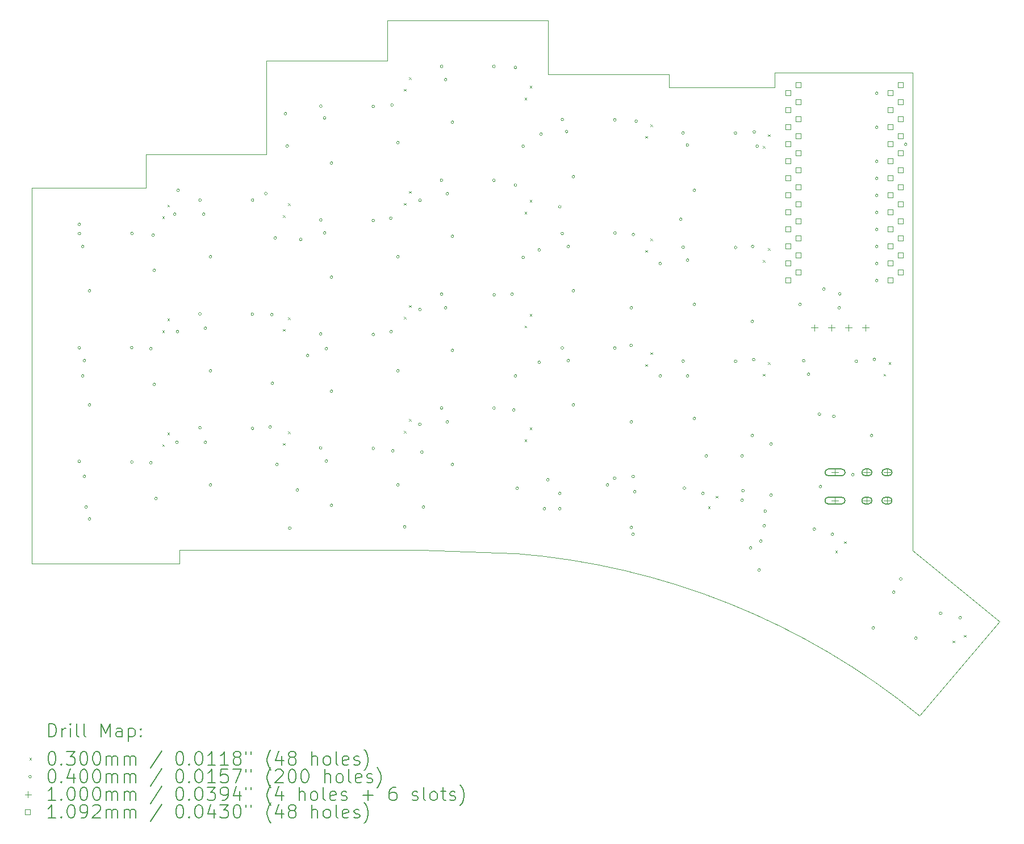
<source format=gbr>
%TF.GenerationSoftware,KiCad,Pcbnew,6.0.11-3.fc36*%
%TF.CreationDate,2023-02-22T18:11:41-05:00*%
%TF.ProjectId,kb40,6b623430-2e6b-4696-9361-645f70636258,rev?*%
%TF.SameCoordinates,Original*%
%TF.FileFunction,Drillmap*%
%TF.FilePolarity,Positive*%
%FSLAX45Y45*%
G04 Gerber Fmt 4.5, Leading zero omitted, Abs format (unit mm)*
G04 Created by KiCad (PCBNEW 6.0.11-3.fc36) date 2023-02-22 18:11:41*
%MOMM*%
%LPD*%
G01*
G04 APERTURE LIST*
%ADD10C,0.100000*%
%ADD11C,0.200000*%
%ADD12C,0.030000*%
%ADD13C,0.040000*%
%ADD14C,0.109220*%
G04 APERTURE END LIST*
D10*
X9850000Y-12100000D02*
X12050000Y-12100000D01*
X13950000Y-5000000D02*
X15750000Y-5000000D01*
X19380200Y-12000000D02*
X19380200Y-8900000D01*
X17322800Y-4978400D02*
X17322800Y-5200000D01*
X7950000Y-6200000D02*
X9750000Y-6200000D01*
X19380200Y-12000000D02*
X19380000Y-12105000D01*
X15750000Y-5000000D02*
X15750000Y-5200000D01*
X19250000Y-4978400D02*
X19380200Y-4978400D01*
X15750000Y-5200000D02*
X17322800Y-5200000D01*
X19380200Y-5120000D02*
X19380200Y-5300000D01*
X9750000Y-6200000D02*
X9750000Y-4800000D01*
X6250000Y-12300000D02*
X8450000Y-12300000D01*
X19483529Y-14570171D02*
X20677146Y-13163011D01*
X7950000Y-6700000D02*
X7950000Y-6200000D01*
X20677146Y-13163011D02*
X19380000Y-12105000D01*
X6250000Y-6700000D02*
X7950000Y-6700000D01*
X17322800Y-4978400D02*
X19250000Y-4978400D01*
X19380200Y-8900000D02*
X19380200Y-5300000D01*
X9850000Y-12100000D02*
X8450000Y-12100000D01*
X8450000Y-12100000D02*
X8450000Y-12300000D01*
X19483529Y-14570171D02*
G75*
G03*
X13450000Y-12150000I-6883529J-8429829D01*
G01*
X6250000Y-12100000D02*
X6250000Y-7000000D01*
X11550000Y-4200000D02*
X13950000Y-4200000D01*
X13950000Y-4200000D02*
X13950000Y-5000000D01*
X6250000Y-12100000D02*
X6250000Y-12300000D01*
X11550000Y-4800000D02*
X11550000Y-4200000D01*
X6250000Y-7000000D02*
X6250000Y-6700000D01*
X19380200Y-4978400D02*
X19380200Y-5120000D01*
X9750000Y-4800000D02*
X11550000Y-4800000D01*
X12050000Y-12100000D02*
X13450000Y-12150000D01*
D11*
D12*
X8196900Y-7122000D02*
X8226900Y-7152000D01*
X8226900Y-7122000D02*
X8196900Y-7152000D01*
X8196900Y-8822000D02*
X8226900Y-8852000D01*
X8226900Y-8822000D02*
X8196900Y-8852000D01*
X8196900Y-10522000D02*
X8226900Y-10552000D01*
X8226900Y-10522000D02*
X8196900Y-10552000D01*
X8273100Y-6946100D02*
X8303100Y-6976100D01*
X8303100Y-6946100D02*
X8273100Y-6976100D01*
X8273100Y-8646100D02*
X8303100Y-8676100D01*
X8303100Y-8646100D02*
X8273100Y-8676100D01*
X8273100Y-10346100D02*
X8303100Y-10376100D01*
X8303100Y-10346100D02*
X8273100Y-10376100D01*
X9996900Y-7103900D02*
X10026900Y-7133900D01*
X10026900Y-7103900D02*
X9996900Y-7133900D01*
X9996900Y-8803900D02*
X10026900Y-8833900D01*
X10026900Y-8803900D02*
X9996900Y-8833900D01*
X9996900Y-10503900D02*
X10026900Y-10533900D01*
X10026900Y-10503900D02*
X9996900Y-10533900D01*
X10073100Y-6928000D02*
X10103100Y-6958000D01*
X10103100Y-6928000D02*
X10073100Y-6958000D01*
X10073100Y-8628000D02*
X10103100Y-8658000D01*
X10103100Y-8628000D02*
X10073100Y-8658000D01*
X10073100Y-10328000D02*
X10103100Y-10358000D01*
X10103100Y-10328000D02*
X10073100Y-10358000D01*
X11796900Y-5222000D02*
X11826900Y-5252000D01*
X11826900Y-5222000D02*
X11796900Y-5252000D01*
X11796900Y-6922000D02*
X11826900Y-6952000D01*
X11826900Y-6922000D02*
X11796900Y-6952000D01*
X11796900Y-8622000D02*
X11826900Y-8652000D01*
X11826900Y-8622000D02*
X11796900Y-8652000D01*
X11796900Y-10322000D02*
X11826900Y-10352000D01*
X11826900Y-10322000D02*
X11796900Y-10352000D01*
X11873100Y-5046100D02*
X11903100Y-5076100D01*
X11903100Y-5046100D02*
X11873100Y-5076100D01*
X11873100Y-6746100D02*
X11903100Y-6776100D01*
X11903100Y-6746100D02*
X11873100Y-6776100D01*
X11873100Y-8446100D02*
X11903100Y-8476100D01*
X11903100Y-8446100D02*
X11873100Y-8476100D01*
X11873100Y-10146100D02*
X11903100Y-10176100D01*
X11903100Y-10146100D02*
X11873100Y-10176100D01*
X13596900Y-5352000D02*
X13626900Y-5382000D01*
X13626900Y-5352000D02*
X13596900Y-5382000D01*
X13596900Y-7052000D02*
X13626900Y-7082000D01*
X13626900Y-7052000D02*
X13596900Y-7082000D01*
X13596900Y-8752000D02*
X13626900Y-8782000D01*
X13626900Y-8752000D02*
X13596900Y-8782000D01*
X13596900Y-10447000D02*
X13626900Y-10477000D01*
X13626900Y-10447000D02*
X13596900Y-10477000D01*
X13673100Y-5176100D02*
X13703100Y-5206100D01*
X13703100Y-5176100D02*
X13673100Y-5206100D01*
X13673100Y-6876100D02*
X13703100Y-6906100D01*
X13703100Y-6876100D02*
X13673100Y-6906100D01*
X13673100Y-8576100D02*
X13703100Y-8606100D01*
X13703100Y-8576100D02*
X13673100Y-8606100D01*
X13673100Y-10271100D02*
X13703100Y-10301100D01*
X13703100Y-10271100D02*
X13673100Y-10301100D01*
X15396900Y-5925250D02*
X15426900Y-5955250D01*
X15426900Y-5925250D02*
X15396900Y-5955250D01*
X15396900Y-7625250D02*
X15426900Y-7655250D01*
X15426900Y-7625250D02*
X15396900Y-7655250D01*
X15396900Y-9325250D02*
X15426900Y-9355250D01*
X15426900Y-9325250D02*
X15396900Y-9355250D01*
X15473100Y-5749350D02*
X15503100Y-5779350D01*
X15503100Y-5749350D02*
X15473100Y-5779350D01*
X15473100Y-7449350D02*
X15503100Y-7479350D01*
X15503100Y-7449350D02*
X15473100Y-7479350D01*
X15473100Y-9149350D02*
X15503100Y-9179350D01*
X15503100Y-9149350D02*
X15473100Y-9179350D01*
X16333839Y-11446551D02*
X16363839Y-11476551D01*
X16363839Y-11446551D02*
X16333839Y-11476551D01*
X16444945Y-11290337D02*
X16474945Y-11320337D01*
X16474945Y-11290337D02*
X16444945Y-11320337D01*
X17146900Y-6072000D02*
X17176900Y-6102000D01*
X17176900Y-6072000D02*
X17146900Y-6102000D01*
X17146900Y-7772000D02*
X17176900Y-7802000D01*
X17176900Y-7772000D02*
X17146900Y-7802000D01*
X17146900Y-9472000D02*
X17176900Y-9502000D01*
X17176900Y-9472000D02*
X17146900Y-9502000D01*
X17223100Y-5896100D02*
X17253100Y-5926100D01*
X17253100Y-5896100D02*
X17223100Y-5926100D01*
X17223100Y-7596100D02*
X17253100Y-7626100D01*
X17253100Y-7596100D02*
X17223100Y-7626100D01*
X17223100Y-9296100D02*
X17253100Y-9326100D01*
X17253100Y-9296100D02*
X17223100Y-9326100D01*
X18227138Y-12107202D02*
X18257138Y-12137202D01*
X18257138Y-12107202D02*
X18227138Y-12137202D01*
X18358904Y-11967972D02*
X18388904Y-11997972D01*
X18388904Y-11967972D02*
X18358904Y-11997972D01*
X18946900Y-9472000D02*
X18976900Y-9502000D01*
X18976900Y-9472000D02*
X18946900Y-9502000D01*
X19023100Y-9296100D02*
X19053100Y-9326100D01*
X19053100Y-9296100D02*
X19023100Y-9326100D01*
X19974891Y-13452156D02*
X20004891Y-13482156D01*
X20004891Y-13452156D02*
X19974891Y-13482156D01*
X20146330Y-13366389D02*
X20176330Y-13396389D01*
X20176330Y-13366389D02*
X20146330Y-13396389D01*
D13*
X6977158Y-10774316D02*
G75*
G03*
X6977158Y-10774316I-20000J0D01*
G01*
X6979232Y-7377885D02*
G75*
G03*
X6979232Y-7377885I-20000J0D01*
G01*
X6979506Y-9081684D02*
G75*
G03*
X6979506Y-9081684I-20000J0D01*
G01*
X6979600Y-7239000D02*
G75*
G03*
X6979600Y-7239000I-20000J0D01*
G01*
X7030400Y-7569200D02*
G75*
G03*
X7030400Y-7569200I-20000J0D01*
G01*
X7030400Y-9499600D02*
G75*
G03*
X7030400Y-9499600I-20000J0D01*
G01*
X7055800Y-9271000D02*
G75*
G03*
X7055800Y-9271000I-20000J0D01*
G01*
X7055800Y-10998200D02*
G75*
G03*
X7055800Y-10998200I-20000J0D01*
G01*
X7081200Y-11455400D02*
G75*
G03*
X7081200Y-11455400I-20000J0D01*
G01*
X7132000Y-8229600D02*
G75*
G03*
X7132000Y-8229600I-20000J0D01*
G01*
X7132000Y-9931400D02*
G75*
G03*
X7132000Y-9931400I-20000J0D01*
G01*
X7132000Y-11633200D02*
G75*
G03*
X7132000Y-11633200I-20000J0D01*
G01*
X7760279Y-9078650D02*
G75*
G03*
X7760279Y-9078650I-20000J0D01*
G01*
X7762591Y-7374779D02*
G75*
G03*
X7762591Y-7374779I-20000J0D01*
G01*
X7762701Y-10785423D02*
G75*
G03*
X7762701Y-10785423I-20000J0D01*
G01*
X8046400Y-9093200D02*
G75*
G03*
X8046400Y-9093200I-20000J0D01*
G01*
X8046400Y-10795000D02*
G75*
G03*
X8046400Y-10795000I-20000J0D01*
G01*
X8080000Y-7400000D02*
G75*
G03*
X8080000Y-7400000I-20000J0D01*
G01*
X8097200Y-7924800D02*
G75*
G03*
X8097200Y-7924800I-20000J0D01*
G01*
X8097200Y-9626600D02*
G75*
G03*
X8097200Y-9626600I-20000J0D01*
G01*
X8122600Y-11328400D02*
G75*
G03*
X8122600Y-11328400I-20000J0D01*
G01*
X8402000Y-7086600D02*
G75*
G03*
X8402000Y-7086600I-20000J0D01*
G01*
X8434950Y-10490200D02*
G75*
G03*
X8434950Y-10490200I-20000J0D01*
G01*
X8442631Y-8839200D02*
G75*
G03*
X8442631Y-8839200I-20000J0D01*
G01*
X8452800Y-6731000D02*
G75*
G03*
X8452800Y-6731000I-20000J0D01*
G01*
X8777574Y-8575077D02*
G75*
G03*
X8777574Y-8575077I-20000J0D01*
G01*
X8777821Y-10275519D02*
G75*
G03*
X8777821Y-10275519I-20000J0D01*
G01*
X8779046Y-6877586D02*
G75*
G03*
X8779046Y-6877586I-20000J0D01*
G01*
X8833800Y-7086600D02*
G75*
G03*
X8833800Y-7086600I-20000J0D01*
G01*
X8859200Y-8788400D02*
G75*
G03*
X8859200Y-8788400I-20000J0D01*
G01*
X8859200Y-10490200D02*
G75*
G03*
X8859200Y-10490200I-20000J0D01*
G01*
X8935400Y-7721600D02*
G75*
G03*
X8935400Y-7721600I-20000J0D01*
G01*
X8935400Y-9423400D02*
G75*
G03*
X8935400Y-9423400I-20000J0D01*
G01*
X8935400Y-11125200D02*
G75*
G03*
X8935400Y-11125200I-20000J0D01*
G01*
X9559456Y-8580115D02*
G75*
G03*
X9559456Y-8580115I-20000J0D01*
G01*
X9560396Y-6878470D02*
G75*
G03*
X9560396Y-6878470I-20000J0D01*
G01*
X9561958Y-10284093D02*
G75*
G03*
X9561958Y-10284093I-20000J0D01*
G01*
X9760000Y-6780000D02*
G75*
G03*
X9760000Y-6780000I-20000J0D01*
G01*
X9824400Y-10261600D02*
G75*
G03*
X9824400Y-10261600I-20000J0D01*
G01*
X9849800Y-8585200D02*
G75*
G03*
X9849800Y-8585200I-20000J0D01*
G01*
X9858050Y-9609450D02*
G75*
G03*
X9858050Y-9609450I-20000J0D01*
G01*
X9900600Y-7442200D02*
G75*
G03*
X9900600Y-7442200I-20000J0D01*
G01*
X9926000Y-10820400D02*
G75*
G03*
X9926000Y-10820400I-20000J0D01*
G01*
X10053000Y-5588000D02*
G75*
G03*
X10053000Y-5588000I-20000J0D01*
G01*
X10078830Y-6071030D02*
G75*
G03*
X10078830Y-6071030I-20000J0D01*
G01*
X10116500Y-11772900D02*
G75*
G03*
X10116500Y-11772900I-20000J0D01*
G01*
X10230800Y-11201400D02*
G75*
G03*
X10230800Y-11201400I-20000J0D01*
G01*
X10279725Y-7465725D02*
G75*
G03*
X10279725Y-7465725I-20000J0D01*
G01*
X10383200Y-9194800D02*
G75*
G03*
X10383200Y-9194800I-20000J0D01*
G01*
X10577156Y-7174311D02*
G75*
G03*
X10577156Y-7174311I-20000J0D01*
G01*
X10577156Y-8874311D02*
G75*
G03*
X10577156Y-8874311I-20000J0D01*
G01*
X10577156Y-10574311D02*
G75*
G03*
X10577156Y-10574311I-20000J0D01*
G01*
X10579046Y-5477586D02*
G75*
G03*
X10579046Y-5477586I-20000J0D01*
G01*
X10633958Y-5654231D02*
G75*
G03*
X10633958Y-5654231I-20000J0D01*
G01*
X10637200Y-7366000D02*
G75*
G03*
X10637200Y-7366000I-20000J0D01*
G01*
X10662600Y-9093200D02*
G75*
G03*
X10662600Y-9093200I-20000J0D01*
G01*
X10662600Y-10769600D02*
G75*
G03*
X10662600Y-10769600I-20000J0D01*
G01*
X10738800Y-6324600D02*
G75*
G03*
X10738800Y-6324600I-20000J0D01*
G01*
X10738800Y-8026400D02*
G75*
G03*
X10738800Y-8026400I-20000J0D01*
G01*
X10738800Y-9728200D02*
G75*
G03*
X10738800Y-9728200I-20000J0D01*
G01*
X10738800Y-11430000D02*
G75*
G03*
X10738800Y-11430000I-20000J0D01*
G01*
X11360702Y-10582011D02*
G75*
G03*
X11360702Y-10582011I-20000J0D01*
G01*
X11360954Y-5482414D02*
G75*
G03*
X11360954Y-5482414I-20000J0D01*
G01*
X11360985Y-8882464D02*
G75*
G03*
X11360985Y-8882464I-20000J0D01*
G01*
X11361256Y-7182907D02*
G75*
G03*
X11361256Y-7182907I-20000J0D01*
G01*
X11622550Y-7146948D02*
G75*
G03*
X11622550Y-7146948I-20000J0D01*
G01*
X11627800Y-8839200D02*
G75*
G03*
X11627800Y-8839200I-20000J0D01*
G01*
X11640000Y-5460000D02*
G75*
G03*
X11640000Y-5460000I-20000J0D01*
G01*
X11653200Y-10617200D02*
G75*
G03*
X11653200Y-10617200I-20000J0D01*
G01*
X11729400Y-6019800D02*
G75*
G03*
X11729400Y-6019800I-20000J0D01*
G01*
X11729400Y-7721600D02*
G75*
G03*
X11729400Y-7721600I-20000J0D01*
G01*
X11729400Y-9423400D02*
G75*
G03*
X11729400Y-9423400I-20000J0D01*
G01*
X11729400Y-11125200D02*
G75*
G03*
X11729400Y-11125200I-20000J0D01*
G01*
X11828008Y-11751376D02*
G75*
G03*
X11828008Y-11751376I-20000J0D01*
G01*
X12055850Y-8509050D02*
G75*
G03*
X12055850Y-8509050I-20000J0D01*
G01*
X12055850Y-10222650D02*
G75*
G03*
X12055850Y-10222650I-20000J0D01*
G01*
X12057760Y-6881560D02*
G75*
G03*
X12057760Y-6881560I-20000J0D01*
G01*
X12086411Y-10636686D02*
G75*
G03*
X12086411Y-10636686I-20000J0D01*
G01*
X12110400Y-11455400D02*
G75*
G03*
X12110400Y-11455400I-20000J0D01*
G01*
X12377698Y-8280300D02*
G75*
G03*
X12377698Y-8280300I-20000J0D01*
G01*
X12377866Y-6580599D02*
G75*
G03*
X12377866Y-6580599I-20000J0D01*
G01*
X12380041Y-9979138D02*
G75*
G03*
X12380041Y-9979138I-20000J0D01*
G01*
X12380121Y-4884259D02*
G75*
G03*
X12380121Y-4884259I-20000J0D01*
G01*
X12440600Y-5080000D02*
G75*
G03*
X12440600Y-5080000I-20000J0D01*
G01*
X12440600Y-8483600D02*
G75*
G03*
X12440600Y-8483600I-20000J0D01*
G01*
X12466000Y-6781800D02*
G75*
G03*
X12466000Y-6781800I-20000J0D01*
G01*
X12466000Y-10185400D02*
G75*
G03*
X12466000Y-10185400I-20000J0D01*
G01*
X12542200Y-5715000D02*
G75*
G03*
X12542200Y-5715000I-20000J0D01*
G01*
X12542200Y-7416800D02*
G75*
G03*
X12542200Y-7416800I-20000J0D01*
G01*
X12542200Y-9118600D02*
G75*
G03*
X12542200Y-9118600I-20000J0D01*
G01*
X12542200Y-10820400D02*
G75*
G03*
X12542200Y-10820400I-20000J0D01*
G01*
X13160017Y-4884051D02*
G75*
G03*
X13160017Y-4884051I-20000J0D01*
G01*
X13160028Y-6584033D02*
G75*
G03*
X13160028Y-6584033I-20000J0D01*
G01*
X13160621Y-9981882D02*
G75*
G03*
X13160621Y-9981882I-20000J0D01*
G01*
X13162846Y-8290692D02*
G75*
G03*
X13162846Y-8290692I-20000J0D01*
G01*
X13431200Y-8280400D02*
G75*
G03*
X13431200Y-8280400I-20000J0D01*
G01*
X13456600Y-10007600D02*
G75*
G03*
X13456600Y-10007600I-20000J0D01*
G01*
X13480000Y-4900000D02*
G75*
G03*
X13480000Y-4900000I-20000J0D01*
G01*
X13481570Y-6654370D02*
G75*
G03*
X13481570Y-6654370I-20000J0D01*
G01*
X13482000Y-9499600D02*
G75*
G03*
X13482000Y-9499600I-20000J0D01*
G01*
X13507400Y-11176000D02*
G75*
G03*
X13507400Y-11176000I-20000J0D01*
G01*
X13595000Y-6075000D02*
G75*
G03*
X13595000Y-6075000I-20000J0D01*
G01*
X13596300Y-7734300D02*
G75*
G03*
X13596300Y-7734300I-20000J0D01*
G01*
X13833850Y-7620000D02*
G75*
G03*
X13833850Y-7620000I-20000J0D01*
G01*
X13833850Y-9296400D02*
G75*
G03*
X13833850Y-9296400I-20000J0D01*
G01*
X13863000Y-5892800D02*
G75*
G03*
X13863000Y-5892800I-20000J0D01*
G01*
X13913800Y-11480800D02*
G75*
G03*
X13913800Y-11480800I-20000J0D01*
G01*
X13964600Y-11049000D02*
G75*
G03*
X13964600Y-11049000I-20000J0D01*
G01*
X14142400Y-6976250D02*
G75*
G03*
X14142400Y-6976250I-20000J0D01*
G01*
X14142400Y-11252200D02*
G75*
G03*
X14142400Y-11252200I-20000J0D01*
G01*
X14142400Y-11480800D02*
G75*
G03*
X14142400Y-11480800I-20000J0D01*
G01*
X14177810Y-9084501D02*
G75*
G03*
X14177810Y-9084501I-20000J0D01*
G01*
X14178051Y-7375921D02*
G75*
G03*
X14178051Y-7375921I-20000J0D01*
G01*
X14179046Y-5677586D02*
G75*
G03*
X14179046Y-5677586I-20000J0D01*
G01*
X14242674Y-5855568D02*
G75*
G03*
X14242674Y-5855568I-20000J0D01*
G01*
X14269400Y-7569200D02*
G75*
G03*
X14269400Y-7569200I-20000J0D01*
G01*
X14269400Y-9271000D02*
G75*
G03*
X14269400Y-9271000I-20000J0D01*
G01*
X14345600Y-6527800D02*
G75*
G03*
X14345600Y-6527800I-20000J0D01*
G01*
X14345600Y-8229600D02*
G75*
G03*
X14345600Y-8229600I-20000J0D01*
G01*
X14345600Y-9931400D02*
G75*
G03*
X14345600Y-9931400I-20000J0D01*
G01*
X14853600Y-11125200D02*
G75*
G03*
X14853600Y-11125200I-20000J0D01*
G01*
X14958188Y-11026589D02*
G75*
G03*
X14958188Y-11026589I-20000J0D01*
G01*
X14960954Y-5682414D02*
G75*
G03*
X14960954Y-5682414I-20000J0D01*
G01*
X14962565Y-9085175D02*
G75*
G03*
X14962565Y-9085175I-20000J0D01*
G01*
X14964823Y-7370258D02*
G75*
G03*
X14964823Y-7370258I-20000J0D01*
G01*
X15205700Y-9045900D02*
G75*
G03*
X15205700Y-9045900I-20000J0D01*
G01*
X15209200Y-8483600D02*
G75*
G03*
X15209200Y-8483600I-20000J0D01*
G01*
X15209200Y-10185400D02*
G75*
G03*
X15209200Y-10185400I-20000J0D01*
G01*
X15209200Y-11760200D02*
G75*
G03*
X15209200Y-11760200I-20000J0D01*
G01*
X15234600Y-11861800D02*
G75*
G03*
X15234600Y-11861800I-20000J0D01*
G01*
X15234657Y-11003081D02*
G75*
G03*
X15234657Y-11003081I-20000J0D01*
G01*
X15238350Y-7391400D02*
G75*
G03*
X15238350Y-7391400I-20000J0D01*
G01*
X15260000Y-11226800D02*
G75*
G03*
X15260000Y-11226800I-20000J0D01*
G01*
X15280000Y-5700000D02*
G75*
G03*
X15280000Y-5700000I-20000J0D01*
G01*
X15637250Y-7823200D02*
G75*
G03*
X15637250Y-7823200I-20000J0D01*
G01*
X15641000Y-9499600D02*
G75*
G03*
X15641000Y-9499600I-20000J0D01*
G01*
X15945800Y-7162800D02*
G75*
G03*
X15945800Y-7162800I-20000J0D01*
G01*
X15978751Y-5877106D02*
G75*
G03*
X15978751Y-5877106I-20000J0D01*
G01*
X15979460Y-7581754D02*
G75*
G03*
X15979460Y-7581754I-20000J0D01*
G01*
X15980496Y-9279814D02*
G75*
G03*
X15980496Y-9279814I-20000J0D01*
G01*
X15999957Y-11174855D02*
G75*
G03*
X15999957Y-11174855I-20000J0D01*
G01*
X16044884Y-6055754D02*
G75*
G03*
X16044884Y-6055754I-20000J0D01*
G01*
X16047400Y-7772400D02*
G75*
G03*
X16047400Y-7772400I-20000J0D01*
G01*
X16047400Y-9499600D02*
G75*
G03*
X16047400Y-9499600I-20000J0D01*
G01*
X16149000Y-6731000D02*
G75*
G03*
X16149000Y-6731000I-20000J0D01*
G01*
X16149000Y-8432800D02*
G75*
G03*
X16149000Y-8432800I-20000J0D01*
G01*
X16149000Y-10134600D02*
G75*
G03*
X16149000Y-10134600I-20000J0D01*
G01*
X16276000Y-11252200D02*
G75*
G03*
X16276000Y-11252200I-20000J0D01*
G01*
X16326800Y-10693400D02*
G75*
G03*
X16326800Y-10693400I-20000J0D01*
G01*
X16760396Y-5878470D02*
G75*
G03*
X16760396Y-5878470I-20000J0D01*
G01*
X16761635Y-9283540D02*
G75*
G03*
X16761635Y-9283540I-20000J0D01*
G01*
X16762792Y-7585591D02*
G75*
G03*
X16762792Y-7585591I-20000J0D01*
G01*
X16860200Y-10693400D02*
G75*
G03*
X16860200Y-10693400I-20000J0D01*
G01*
X16860200Y-11353800D02*
G75*
G03*
X16860200Y-11353800I-20000J0D01*
G01*
X16872900Y-11214100D02*
G75*
G03*
X16872900Y-11214100I-20000J0D01*
G01*
X16987200Y-12065000D02*
G75*
G03*
X16987200Y-12065000I-20000J0D01*
G01*
X17012600Y-8686800D02*
G75*
G03*
X17012600Y-8686800I-20000J0D01*
G01*
X17012600Y-10388600D02*
G75*
G03*
X17012600Y-10388600I-20000J0D01*
G01*
X17015988Y-7569466D02*
G75*
G03*
X17015988Y-7569466I-20000J0D01*
G01*
X17032456Y-9258994D02*
G75*
G03*
X17032456Y-9258994I-20000J0D01*
G01*
X17040000Y-5860000D02*
G75*
G03*
X17040000Y-5860000I-20000J0D01*
G01*
X17084135Y-6074685D02*
G75*
G03*
X17084135Y-6074685I-20000J0D01*
G01*
X17114200Y-12395200D02*
G75*
G03*
X17114200Y-12395200I-20000J0D01*
G01*
X17139600Y-11963400D02*
G75*
G03*
X17139600Y-11963400I-20000J0D01*
G01*
X17190400Y-11734800D02*
G75*
G03*
X17190400Y-11734800I-20000J0D01*
G01*
X17203984Y-11516348D02*
G75*
G03*
X17203984Y-11516348I-20000J0D01*
G01*
X17292000Y-10515600D02*
G75*
G03*
X17292000Y-10515600I-20000J0D01*
G01*
X17292000Y-11277600D02*
G75*
G03*
X17292000Y-11277600I-20000J0D01*
G01*
X17723800Y-8432800D02*
G75*
G03*
X17723800Y-8432800I-20000J0D01*
G01*
X17777449Y-9274852D02*
G75*
G03*
X17777449Y-9274852I-20000J0D01*
G01*
X17850800Y-9474200D02*
G75*
G03*
X17850800Y-9474200I-20000J0D01*
G01*
X17936578Y-11786113D02*
G75*
G03*
X17936578Y-11786113I-20000J0D01*
G01*
X18012242Y-10072798D02*
G75*
G03*
X18012242Y-10072798I-20000J0D01*
G01*
X18028600Y-11150600D02*
G75*
G03*
X18028600Y-11150600I-20000J0D01*
G01*
X18079400Y-8204200D02*
G75*
G03*
X18079400Y-8204200I-20000J0D01*
G01*
X18206400Y-11861800D02*
G75*
G03*
X18206400Y-11861800I-20000J0D01*
G01*
X18226906Y-10105450D02*
G75*
G03*
X18226906Y-10105450I-20000J0D01*
G01*
X18308000Y-8483600D02*
G75*
G03*
X18308000Y-8483600I-20000J0D01*
G01*
X18314963Y-8276650D02*
G75*
G03*
X18314963Y-8276650I-20000J0D01*
G01*
X18511200Y-10972800D02*
G75*
G03*
X18511200Y-10972800I-20000J0D01*
G01*
X18560577Y-9281813D02*
G75*
G03*
X18560577Y-9281813I-20000J0D01*
G01*
X18790600Y-10388600D02*
G75*
G03*
X18790600Y-10388600I-20000J0D01*
G01*
X18816000Y-13258800D02*
G75*
G03*
X18816000Y-13258800I-20000J0D01*
G01*
X18831770Y-9254370D02*
G75*
G03*
X18831770Y-9254370I-20000J0D01*
G01*
X18866800Y-5283200D02*
G75*
G03*
X18866800Y-5283200I-20000J0D01*
G01*
X18866800Y-5791200D02*
G75*
G03*
X18866800Y-5791200I-20000J0D01*
G01*
X18866800Y-6299200D02*
G75*
G03*
X18866800Y-6299200I-20000J0D01*
G01*
X18866800Y-6553200D02*
G75*
G03*
X18866800Y-6553200I-20000J0D01*
G01*
X18866800Y-6807200D02*
G75*
G03*
X18866800Y-6807200I-20000J0D01*
G01*
X18866800Y-7061200D02*
G75*
G03*
X18866800Y-7061200I-20000J0D01*
G01*
X18866800Y-7315200D02*
G75*
G03*
X18866800Y-7315200I-20000J0D01*
G01*
X18866800Y-7569200D02*
G75*
G03*
X18866800Y-7569200I-20000J0D01*
G01*
X18866800Y-7823200D02*
G75*
G03*
X18866800Y-7823200I-20000J0D01*
G01*
X18866800Y-8077200D02*
G75*
G03*
X18866800Y-8077200I-20000J0D01*
G01*
X19120800Y-12725400D02*
G75*
G03*
X19120800Y-12725400I-20000J0D01*
G01*
X19223720Y-12529823D02*
G75*
G03*
X19223720Y-12529823I-20000J0D01*
G01*
X19298600Y-6045200D02*
G75*
G03*
X19298600Y-6045200I-20000J0D01*
G01*
X19451000Y-13411200D02*
G75*
G03*
X19451000Y-13411200I-20000J0D01*
G01*
X19818770Y-13040919D02*
G75*
G03*
X19818770Y-13040919I-20000J0D01*
G01*
X20111400Y-13106400D02*
G75*
G03*
X20111400Y-13106400I-20000J0D01*
G01*
D10*
X17918000Y-8732500D02*
X17918000Y-8832500D01*
X17868000Y-8782500D02*
X17968000Y-8782500D01*
X18172000Y-8732500D02*
X18172000Y-8832500D01*
X18122000Y-8782500D02*
X18222000Y-8782500D01*
X18224400Y-10890600D02*
X18224400Y-10990600D01*
X18174400Y-10940600D02*
X18274400Y-10940600D01*
D11*
X18124400Y-10990600D02*
X18324400Y-10990600D01*
X18124400Y-10890600D02*
X18324400Y-10890600D01*
X18324400Y-10990600D02*
G75*
G03*
X18324400Y-10890600I0J50000D01*
G01*
X18124400Y-10890600D02*
G75*
G03*
X18124400Y-10990600I0J-50000D01*
G01*
D10*
X18224400Y-11310600D02*
X18224400Y-11410600D01*
X18174400Y-11360600D02*
X18274400Y-11360600D01*
D11*
X18124400Y-11410600D02*
X18324400Y-11410600D01*
X18124400Y-11310600D02*
X18324400Y-11310600D01*
X18324400Y-11410600D02*
G75*
G03*
X18324400Y-11310600I0J50000D01*
G01*
X18124400Y-11310600D02*
G75*
G03*
X18124400Y-11410600I0J-50000D01*
G01*
D10*
X18426000Y-8732500D02*
X18426000Y-8832500D01*
X18376000Y-8782500D02*
X18476000Y-8782500D01*
X18680000Y-8732500D02*
X18680000Y-8832500D01*
X18630000Y-8782500D02*
X18730000Y-8782500D01*
X18699400Y-10890600D02*
X18699400Y-10990600D01*
X18649400Y-10940600D02*
X18749400Y-10940600D01*
D11*
X18674400Y-10990600D02*
X18724400Y-10990600D01*
X18674400Y-10890600D02*
X18724400Y-10890600D01*
X18724400Y-10990600D02*
G75*
G03*
X18724400Y-10890600I0J50000D01*
G01*
X18674400Y-10890600D02*
G75*
G03*
X18674400Y-10990600I0J-50000D01*
G01*
D10*
X18699400Y-11310600D02*
X18699400Y-11410600D01*
X18649400Y-11360600D02*
X18749400Y-11360600D01*
D11*
X18724400Y-11310600D02*
X18674400Y-11310600D01*
X18724400Y-11410600D02*
X18674400Y-11410600D01*
X18674400Y-11310600D02*
G75*
G03*
X18674400Y-11410600I0J-50000D01*
G01*
X18724400Y-11410600D02*
G75*
G03*
X18724400Y-11310600I0J50000D01*
G01*
D10*
X18999400Y-10890600D02*
X18999400Y-10990600D01*
X18949400Y-10940600D02*
X19049400Y-10940600D01*
D11*
X18974400Y-10990600D02*
X19024400Y-10990600D01*
X18974400Y-10890600D02*
X19024400Y-10890600D01*
X19024400Y-10990600D02*
G75*
G03*
X19024400Y-10890600I0J50000D01*
G01*
X18974400Y-10890600D02*
G75*
G03*
X18974400Y-10990600I0J-50000D01*
G01*
D10*
X18999400Y-11310600D02*
X18999400Y-11410600D01*
X18949400Y-11360600D02*
X19049400Y-11360600D01*
D11*
X19024400Y-11310600D02*
X18974400Y-11310600D01*
X19024400Y-11410600D02*
X18974400Y-11410600D01*
X18974400Y-11310600D02*
G75*
G03*
X18974400Y-11410600I0J-50000D01*
G01*
X19024400Y-11410600D02*
G75*
G03*
X19024400Y-11310600I0J50000D01*
G01*
D14*
X17564616Y-5318816D02*
X17564616Y-5241585D01*
X17487385Y-5241585D01*
X17487385Y-5318816D01*
X17564616Y-5318816D01*
X17564616Y-5572816D02*
X17564616Y-5495585D01*
X17487385Y-5495585D01*
X17487385Y-5572816D01*
X17564616Y-5572816D01*
X17564616Y-5826815D02*
X17564616Y-5749584D01*
X17487385Y-5749584D01*
X17487385Y-5826815D01*
X17564616Y-5826815D01*
X17564616Y-6080815D02*
X17564616Y-6003584D01*
X17487385Y-6003584D01*
X17487385Y-6080815D01*
X17564616Y-6080815D01*
X17564616Y-6334815D02*
X17564616Y-6257584D01*
X17487385Y-6257584D01*
X17487385Y-6334815D01*
X17564616Y-6334815D01*
X17564616Y-6588815D02*
X17564616Y-6511584D01*
X17487385Y-6511584D01*
X17487385Y-6588815D01*
X17564616Y-6588815D01*
X17564616Y-6842815D02*
X17564616Y-6765584D01*
X17487385Y-6765584D01*
X17487385Y-6842815D01*
X17564616Y-6842815D01*
X17564616Y-7096815D02*
X17564616Y-7019584D01*
X17487385Y-7019584D01*
X17487385Y-7096815D01*
X17564616Y-7096815D01*
X17564616Y-7350815D02*
X17564616Y-7273584D01*
X17487385Y-7273584D01*
X17487385Y-7350815D01*
X17564616Y-7350815D01*
X17564616Y-7604815D02*
X17564616Y-7527584D01*
X17487385Y-7527584D01*
X17487385Y-7604815D01*
X17564616Y-7604815D01*
X17564616Y-7858815D02*
X17564616Y-7781584D01*
X17487385Y-7781584D01*
X17487385Y-7858815D01*
X17564616Y-7858815D01*
X17564616Y-8112815D02*
X17564616Y-8035584D01*
X17487385Y-8035584D01*
X17487385Y-8112815D01*
X17564616Y-8112815D01*
X17717016Y-5194816D02*
X17717016Y-5117585D01*
X17639785Y-5117585D01*
X17639785Y-5194816D01*
X17717016Y-5194816D01*
X17717016Y-5448816D02*
X17717016Y-5371585D01*
X17639785Y-5371585D01*
X17639785Y-5448816D01*
X17717016Y-5448816D01*
X17717016Y-5702815D02*
X17717016Y-5625584D01*
X17639785Y-5625584D01*
X17639785Y-5702815D01*
X17717016Y-5702815D01*
X17717016Y-5956815D02*
X17717016Y-5879584D01*
X17639785Y-5879584D01*
X17639785Y-5956815D01*
X17717016Y-5956815D01*
X17717016Y-6210815D02*
X17717016Y-6133584D01*
X17639785Y-6133584D01*
X17639785Y-6210815D01*
X17717016Y-6210815D01*
X17717016Y-6464815D02*
X17717016Y-6387584D01*
X17639785Y-6387584D01*
X17639785Y-6464815D01*
X17717016Y-6464815D01*
X17717016Y-6718815D02*
X17717016Y-6641584D01*
X17639785Y-6641584D01*
X17639785Y-6718815D01*
X17717016Y-6718815D01*
X17717016Y-6972815D02*
X17717016Y-6895584D01*
X17639785Y-6895584D01*
X17639785Y-6972815D01*
X17717016Y-6972815D01*
X17717016Y-7226815D02*
X17717016Y-7149584D01*
X17639785Y-7149584D01*
X17639785Y-7226815D01*
X17717016Y-7226815D01*
X17717016Y-7480815D02*
X17717016Y-7403584D01*
X17639785Y-7403584D01*
X17639785Y-7480815D01*
X17717016Y-7480815D01*
X17717016Y-7734815D02*
X17717016Y-7657584D01*
X17639785Y-7657584D01*
X17639785Y-7734815D01*
X17717016Y-7734815D01*
X17717016Y-7988815D02*
X17717016Y-7911584D01*
X17639785Y-7911584D01*
X17639785Y-7988815D01*
X17717016Y-7988815D01*
X19088616Y-5318816D02*
X19088616Y-5241585D01*
X19011385Y-5241585D01*
X19011385Y-5318816D01*
X19088616Y-5318816D01*
X19088616Y-5572816D02*
X19088616Y-5495585D01*
X19011385Y-5495585D01*
X19011385Y-5572816D01*
X19088616Y-5572816D01*
X19088616Y-5826815D02*
X19088616Y-5749584D01*
X19011385Y-5749584D01*
X19011385Y-5826815D01*
X19088616Y-5826815D01*
X19088616Y-6080815D02*
X19088616Y-6003584D01*
X19011385Y-6003584D01*
X19011385Y-6080815D01*
X19088616Y-6080815D01*
X19088616Y-6334815D02*
X19088616Y-6257584D01*
X19011385Y-6257584D01*
X19011385Y-6334815D01*
X19088616Y-6334815D01*
X19088616Y-6588815D02*
X19088616Y-6511584D01*
X19011385Y-6511584D01*
X19011385Y-6588815D01*
X19088616Y-6588815D01*
X19088616Y-6842815D02*
X19088616Y-6765584D01*
X19011385Y-6765584D01*
X19011385Y-6842815D01*
X19088616Y-6842815D01*
X19088616Y-7096815D02*
X19088616Y-7019584D01*
X19011385Y-7019584D01*
X19011385Y-7096815D01*
X19088616Y-7096815D01*
X19088616Y-7350815D02*
X19088616Y-7273584D01*
X19011385Y-7273584D01*
X19011385Y-7350815D01*
X19088616Y-7350815D01*
X19088616Y-7604815D02*
X19088616Y-7527584D01*
X19011385Y-7527584D01*
X19011385Y-7604815D01*
X19088616Y-7604815D01*
X19088616Y-7858815D02*
X19088616Y-7781584D01*
X19011385Y-7781584D01*
X19011385Y-7858815D01*
X19088616Y-7858815D01*
X19088616Y-8112815D02*
X19088616Y-8035584D01*
X19011385Y-8035584D01*
X19011385Y-8112815D01*
X19088616Y-8112815D01*
X19241016Y-5194816D02*
X19241016Y-5117585D01*
X19163785Y-5117585D01*
X19163785Y-5194816D01*
X19241016Y-5194816D01*
X19241016Y-5448816D02*
X19241016Y-5371585D01*
X19163785Y-5371585D01*
X19163785Y-5448816D01*
X19241016Y-5448816D01*
X19241016Y-5702815D02*
X19241016Y-5625584D01*
X19163785Y-5625584D01*
X19163785Y-5702815D01*
X19241016Y-5702815D01*
X19241016Y-5956815D02*
X19241016Y-5879584D01*
X19163785Y-5879584D01*
X19163785Y-5956815D01*
X19241016Y-5956815D01*
X19241016Y-6210815D02*
X19241016Y-6133584D01*
X19163785Y-6133584D01*
X19163785Y-6210815D01*
X19241016Y-6210815D01*
X19241016Y-6464815D02*
X19241016Y-6387584D01*
X19163785Y-6387584D01*
X19163785Y-6464815D01*
X19241016Y-6464815D01*
X19241016Y-6718815D02*
X19241016Y-6641584D01*
X19163785Y-6641584D01*
X19163785Y-6718815D01*
X19241016Y-6718815D01*
X19241016Y-6972815D02*
X19241016Y-6895584D01*
X19163785Y-6895584D01*
X19163785Y-6972815D01*
X19241016Y-6972815D01*
X19241016Y-7226815D02*
X19241016Y-7149584D01*
X19163785Y-7149584D01*
X19163785Y-7226815D01*
X19241016Y-7226815D01*
X19241016Y-7480815D02*
X19241016Y-7403584D01*
X19163785Y-7403584D01*
X19163785Y-7480815D01*
X19241016Y-7480815D01*
X19241016Y-7734815D02*
X19241016Y-7657584D01*
X19163785Y-7657584D01*
X19163785Y-7734815D01*
X19241016Y-7734815D01*
X19241016Y-7988815D02*
X19241016Y-7911584D01*
X19163785Y-7911584D01*
X19163785Y-7988815D01*
X19241016Y-7988815D01*
D11*
X6502619Y-14885647D02*
X6502619Y-14685647D01*
X6550238Y-14685647D01*
X6578809Y-14695171D01*
X6597857Y-14714218D01*
X6607381Y-14733266D01*
X6616905Y-14771361D01*
X6616905Y-14799932D01*
X6607381Y-14838028D01*
X6597857Y-14857075D01*
X6578809Y-14876123D01*
X6550238Y-14885647D01*
X6502619Y-14885647D01*
X6702619Y-14885647D02*
X6702619Y-14752313D01*
X6702619Y-14790409D02*
X6712143Y-14771361D01*
X6721667Y-14761837D01*
X6740714Y-14752313D01*
X6759762Y-14752313D01*
X6826428Y-14885647D02*
X6826428Y-14752313D01*
X6826428Y-14685647D02*
X6816905Y-14695171D01*
X6826428Y-14704694D01*
X6835952Y-14695171D01*
X6826428Y-14685647D01*
X6826428Y-14704694D01*
X6950238Y-14885647D02*
X6931190Y-14876123D01*
X6921667Y-14857075D01*
X6921667Y-14685647D01*
X7055000Y-14885647D02*
X7035952Y-14876123D01*
X7026428Y-14857075D01*
X7026428Y-14685647D01*
X7283571Y-14885647D02*
X7283571Y-14685647D01*
X7350238Y-14828504D01*
X7416905Y-14685647D01*
X7416905Y-14885647D01*
X7597857Y-14885647D02*
X7597857Y-14780885D01*
X7588333Y-14761837D01*
X7569286Y-14752313D01*
X7531190Y-14752313D01*
X7512143Y-14761837D01*
X7597857Y-14876123D02*
X7578809Y-14885647D01*
X7531190Y-14885647D01*
X7512143Y-14876123D01*
X7502619Y-14857075D01*
X7502619Y-14838028D01*
X7512143Y-14818980D01*
X7531190Y-14809456D01*
X7578809Y-14809456D01*
X7597857Y-14799932D01*
X7693095Y-14752313D02*
X7693095Y-14952313D01*
X7693095Y-14761837D02*
X7712143Y-14752313D01*
X7750238Y-14752313D01*
X7769286Y-14761837D01*
X7778809Y-14771361D01*
X7788333Y-14790409D01*
X7788333Y-14847551D01*
X7778809Y-14866599D01*
X7769286Y-14876123D01*
X7750238Y-14885647D01*
X7712143Y-14885647D01*
X7693095Y-14876123D01*
X7874048Y-14866599D02*
X7883571Y-14876123D01*
X7874048Y-14885647D01*
X7864524Y-14876123D01*
X7874048Y-14866599D01*
X7874048Y-14885647D01*
X7874048Y-14761837D02*
X7883571Y-14771361D01*
X7874048Y-14780885D01*
X7864524Y-14771361D01*
X7874048Y-14761837D01*
X7874048Y-14780885D01*
D12*
X6215000Y-15200171D02*
X6245000Y-15230171D01*
X6245000Y-15200171D02*
X6215000Y-15230171D01*
D11*
X6540714Y-15105647D02*
X6559762Y-15105647D01*
X6578809Y-15115171D01*
X6588333Y-15124694D01*
X6597857Y-15143742D01*
X6607381Y-15181837D01*
X6607381Y-15229456D01*
X6597857Y-15267551D01*
X6588333Y-15286599D01*
X6578809Y-15296123D01*
X6559762Y-15305647D01*
X6540714Y-15305647D01*
X6521667Y-15296123D01*
X6512143Y-15286599D01*
X6502619Y-15267551D01*
X6493095Y-15229456D01*
X6493095Y-15181837D01*
X6502619Y-15143742D01*
X6512143Y-15124694D01*
X6521667Y-15115171D01*
X6540714Y-15105647D01*
X6693095Y-15286599D02*
X6702619Y-15296123D01*
X6693095Y-15305647D01*
X6683571Y-15296123D01*
X6693095Y-15286599D01*
X6693095Y-15305647D01*
X6769286Y-15105647D02*
X6893095Y-15105647D01*
X6826428Y-15181837D01*
X6855000Y-15181837D01*
X6874048Y-15191361D01*
X6883571Y-15200885D01*
X6893095Y-15219932D01*
X6893095Y-15267551D01*
X6883571Y-15286599D01*
X6874048Y-15296123D01*
X6855000Y-15305647D01*
X6797857Y-15305647D01*
X6778809Y-15296123D01*
X6769286Y-15286599D01*
X7016905Y-15105647D02*
X7035952Y-15105647D01*
X7055000Y-15115171D01*
X7064524Y-15124694D01*
X7074048Y-15143742D01*
X7083571Y-15181837D01*
X7083571Y-15229456D01*
X7074048Y-15267551D01*
X7064524Y-15286599D01*
X7055000Y-15296123D01*
X7035952Y-15305647D01*
X7016905Y-15305647D01*
X6997857Y-15296123D01*
X6988333Y-15286599D01*
X6978809Y-15267551D01*
X6969286Y-15229456D01*
X6969286Y-15181837D01*
X6978809Y-15143742D01*
X6988333Y-15124694D01*
X6997857Y-15115171D01*
X7016905Y-15105647D01*
X7207381Y-15105647D02*
X7226428Y-15105647D01*
X7245476Y-15115171D01*
X7255000Y-15124694D01*
X7264524Y-15143742D01*
X7274048Y-15181837D01*
X7274048Y-15229456D01*
X7264524Y-15267551D01*
X7255000Y-15286599D01*
X7245476Y-15296123D01*
X7226428Y-15305647D01*
X7207381Y-15305647D01*
X7188333Y-15296123D01*
X7178809Y-15286599D01*
X7169286Y-15267551D01*
X7159762Y-15229456D01*
X7159762Y-15181837D01*
X7169286Y-15143742D01*
X7178809Y-15124694D01*
X7188333Y-15115171D01*
X7207381Y-15105647D01*
X7359762Y-15305647D02*
X7359762Y-15172313D01*
X7359762Y-15191361D02*
X7369286Y-15181837D01*
X7388333Y-15172313D01*
X7416905Y-15172313D01*
X7435952Y-15181837D01*
X7445476Y-15200885D01*
X7445476Y-15305647D01*
X7445476Y-15200885D02*
X7455000Y-15181837D01*
X7474048Y-15172313D01*
X7502619Y-15172313D01*
X7521667Y-15181837D01*
X7531190Y-15200885D01*
X7531190Y-15305647D01*
X7626428Y-15305647D02*
X7626428Y-15172313D01*
X7626428Y-15191361D02*
X7635952Y-15181837D01*
X7655000Y-15172313D01*
X7683571Y-15172313D01*
X7702619Y-15181837D01*
X7712143Y-15200885D01*
X7712143Y-15305647D01*
X7712143Y-15200885D02*
X7721667Y-15181837D01*
X7740714Y-15172313D01*
X7769286Y-15172313D01*
X7788333Y-15181837D01*
X7797857Y-15200885D01*
X7797857Y-15305647D01*
X8188333Y-15096123D02*
X8016905Y-15353266D01*
X8445476Y-15105647D02*
X8464524Y-15105647D01*
X8483571Y-15115171D01*
X8493095Y-15124694D01*
X8502619Y-15143742D01*
X8512143Y-15181837D01*
X8512143Y-15229456D01*
X8502619Y-15267551D01*
X8493095Y-15286599D01*
X8483571Y-15296123D01*
X8464524Y-15305647D01*
X8445476Y-15305647D01*
X8426429Y-15296123D01*
X8416905Y-15286599D01*
X8407381Y-15267551D01*
X8397857Y-15229456D01*
X8397857Y-15181837D01*
X8407381Y-15143742D01*
X8416905Y-15124694D01*
X8426429Y-15115171D01*
X8445476Y-15105647D01*
X8597857Y-15286599D02*
X8607381Y-15296123D01*
X8597857Y-15305647D01*
X8588333Y-15296123D01*
X8597857Y-15286599D01*
X8597857Y-15305647D01*
X8731190Y-15105647D02*
X8750238Y-15105647D01*
X8769286Y-15115171D01*
X8778810Y-15124694D01*
X8788333Y-15143742D01*
X8797857Y-15181837D01*
X8797857Y-15229456D01*
X8788333Y-15267551D01*
X8778810Y-15286599D01*
X8769286Y-15296123D01*
X8750238Y-15305647D01*
X8731190Y-15305647D01*
X8712143Y-15296123D01*
X8702619Y-15286599D01*
X8693095Y-15267551D01*
X8683571Y-15229456D01*
X8683571Y-15181837D01*
X8693095Y-15143742D01*
X8702619Y-15124694D01*
X8712143Y-15115171D01*
X8731190Y-15105647D01*
X8988333Y-15305647D02*
X8874048Y-15305647D01*
X8931190Y-15305647D02*
X8931190Y-15105647D01*
X8912143Y-15134218D01*
X8893095Y-15153266D01*
X8874048Y-15162790D01*
X9178810Y-15305647D02*
X9064524Y-15305647D01*
X9121667Y-15305647D02*
X9121667Y-15105647D01*
X9102619Y-15134218D01*
X9083571Y-15153266D01*
X9064524Y-15162790D01*
X9293095Y-15191361D02*
X9274048Y-15181837D01*
X9264524Y-15172313D01*
X9255000Y-15153266D01*
X9255000Y-15143742D01*
X9264524Y-15124694D01*
X9274048Y-15115171D01*
X9293095Y-15105647D01*
X9331190Y-15105647D01*
X9350238Y-15115171D01*
X9359762Y-15124694D01*
X9369286Y-15143742D01*
X9369286Y-15153266D01*
X9359762Y-15172313D01*
X9350238Y-15181837D01*
X9331190Y-15191361D01*
X9293095Y-15191361D01*
X9274048Y-15200885D01*
X9264524Y-15210409D01*
X9255000Y-15229456D01*
X9255000Y-15267551D01*
X9264524Y-15286599D01*
X9274048Y-15296123D01*
X9293095Y-15305647D01*
X9331190Y-15305647D01*
X9350238Y-15296123D01*
X9359762Y-15286599D01*
X9369286Y-15267551D01*
X9369286Y-15229456D01*
X9359762Y-15210409D01*
X9350238Y-15200885D01*
X9331190Y-15191361D01*
X9445476Y-15105647D02*
X9445476Y-15143742D01*
X9521667Y-15105647D02*
X9521667Y-15143742D01*
X9816905Y-15381837D02*
X9807381Y-15372313D01*
X9788333Y-15343742D01*
X9778810Y-15324694D01*
X9769286Y-15296123D01*
X9759762Y-15248504D01*
X9759762Y-15210409D01*
X9769286Y-15162790D01*
X9778810Y-15134218D01*
X9788333Y-15115171D01*
X9807381Y-15086599D01*
X9816905Y-15077075D01*
X9978810Y-15172313D02*
X9978810Y-15305647D01*
X9931190Y-15096123D02*
X9883571Y-15238980D01*
X10007381Y-15238980D01*
X10112143Y-15191361D02*
X10093095Y-15181837D01*
X10083571Y-15172313D01*
X10074048Y-15153266D01*
X10074048Y-15143742D01*
X10083571Y-15124694D01*
X10093095Y-15115171D01*
X10112143Y-15105647D01*
X10150238Y-15105647D01*
X10169286Y-15115171D01*
X10178810Y-15124694D01*
X10188333Y-15143742D01*
X10188333Y-15153266D01*
X10178810Y-15172313D01*
X10169286Y-15181837D01*
X10150238Y-15191361D01*
X10112143Y-15191361D01*
X10093095Y-15200885D01*
X10083571Y-15210409D01*
X10074048Y-15229456D01*
X10074048Y-15267551D01*
X10083571Y-15286599D01*
X10093095Y-15296123D01*
X10112143Y-15305647D01*
X10150238Y-15305647D01*
X10169286Y-15296123D01*
X10178810Y-15286599D01*
X10188333Y-15267551D01*
X10188333Y-15229456D01*
X10178810Y-15210409D01*
X10169286Y-15200885D01*
X10150238Y-15191361D01*
X10426429Y-15305647D02*
X10426429Y-15105647D01*
X10512143Y-15305647D02*
X10512143Y-15200885D01*
X10502619Y-15181837D01*
X10483571Y-15172313D01*
X10455000Y-15172313D01*
X10435952Y-15181837D01*
X10426429Y-15191361D01*
X10635952Y-15305647D02*
X10616905Y-15296123D01*
X10607381Y-15286599D01*
X10597857Y-15267551D01*
X10597857Y-15210409D01*
X10607381Y-15191361D01*
X10616905Y-15181837D01*
X10635952Y-15172313D01*
X10664524Y-15172313D01*
X10683571Y-15181837D01*
X10693095Y-15191361D01*
X10702619Y-15210409D01*
X10702619Y-15267551D01*
X10693095Y-15286599D01*
X10683571Y-15296123D01*
X10664524Y-15305647D01*
X10635952Y-15305647D01*
X10816905Y-15305647D02*
X10797857Y-15296123D01*
X10788333Y-15277075D01*
X10788333Y-15105647D01*
X10969286Y-15296123D02*
X10950238Y-15305647D01*
X10912143Y-15305647D01*
X10893095Y-15296123D01*
X10883571Y-15277075D01*
X10883571Y-15200885D01*
X10893095Y-15181837D01*
X10912143Y-15172313D01*
X10950238Y-15172313D01*
X10969286Y-15181837D01*
X10978810Y-15200885D01*
X10978810Y-15219932D01*
X10883571Y-15238980D01*
X11055000Y-15296123D02*
X11074048Y-15305647D01*
X11112143Y-15305647D01*
X11131190Y-15296123D01*
X11140714Y-15277075D01*
X11140714Y-15267551D01*
X11131190Y-15248504D01*
X11112143Y-15238980D01*
X11083571Y-15238980D01*
X11064524Y-15229456D01*
X11055000Y-15210409D01*
X11055000Y-15200885D01*
X11064524Y-15181837D01*
X11083571Y-15172313D01*
X11112143Y-15172313D01*
X11131190Y-15181837D01*
X11207381Y-15381837D02*
X11216905Y-15372313D01*
X11235952Y-15343742D01*
X11245476Y-15324694D01*
X11255000Y-15296123D01*
X11264524Y-15248504D01*
X11264524Y-15210409D01*
X11255000Y-15162790D01*
X11245476Y-15134218D01*
X11235952Y-15115171D01*
X11216905Y-15086599D01*
X11207381Y-15077075D01*
D13*
X6245000Y-15479171D02*
G75*
G03*
X6245000Y-15479171I-20000J0D01*
G01*
D11*
X6540714Y-15369647D02*
X6559762Y-15369647D01*
X6578809Y-15379171D01*
X6588333Y-15388694D01*
X6597857Y-15407742D01*
X6607381Y-15445837D01*
X6607381Y-15493456D01*
X6597857Y-15531551D01*
X6588333Y-15550599D01*
X6578809Y-15560123D01*
X6559762Y-15569647D01*
X6540714Y-15569647D01*
X6521667Y-15560123D01*
X6512143Y-15550599D01*
X6502619Y-15531551D01*
X6493095Y-15493456D01*
X6493095Y-15445837D01*
X6502619Y-15407742D01*
X6512143Y-15388694D01*
X6521667Y-15379171D01*
X6540714Y-15369647D01*
X6693095Y-15550599D02*
X6702619Y-15560123D01*
X6693095Y-15569647D01*
X6683571Y-15560123D01*
X6693095Y-15550599D01*
X6693095Y-15569647D01*
X6874048Y-15436313D02*
X6874048Y-15569647D01*
X6826428Y-15360123D02*
X6778809Y-15502980D01*
X6902619Y-15502980D01*
X7016905Y-15369647D02*
X7035952Y-15369647D01*
X7055000Y-15379171D01*
X7064524Y-15388694D01*
X7074048Y-15407742D01*
X7083571Y-15445837D01*
X7083571Y-15493456D01*
X7074048Y-15531551D01*
X7064524Y-15550599D01*
X7055000Y-15560123D01*
X7035952Y-15569647D01*
X7016905Y-15569647D01*
X6997857Y-15560123D01*
X6988333Y-15550599D01*
X6978809Y-15531551D01*
X6969286Y-15493456D01*
X6969286Y-15445837D01*
X6978809Y-15407742D01*
X6988333Y-15388694D01*
X6997857Y-15379171D01*
X7016905Y-15369647D01*
X7207381Y-15369647D02*
X7226428Y-15369647D01*
X7245476Y-15379171D01*
X7255000Y-15388694D01*
X7264524Y-15407742D01*
X7274048Y-15445837D01*
X7274048Y-15493456D01*
X7264524Y-15531551D01*
X7255000Y-15550599D01*
X7245476Y-15560123D01*
X7226428Y-15569647D01*
X7207381Y-15569647D01*
X7188333Y-15560123D01*
X7178809Y-15550599D01*
X7169286Y-15531551D01*
X7159762Y-15493456D01*
X7159762Y-15445837D01*
X7169286Y-15407742D01*
X7178809Y-15388694D01*
X7188333Y-15379171D01*
X7207381Y-15369647D01*
X7359762Y-15569647D02*
X7359762Y-15436313D01*
X7359762Y-15455361D02*
X7369286Y-15445837D01*
X7388333Y-15436313D01*
X7416905Y-15436313D01*
X7435952Y-15445837D01*
X7445476Y-15464885D01*
X7445476Y-15569647D01*
X7445476Y-15464885D02*
X7455000Y-15445837D01*
X7474048Y-15436313D01*
X7502619Y-15436313D01*
X7521667Y-15445837D01*
X7531190Y-15464885D01*
X7531190Y-15569647D01*
X7626428Y-15569647D02*
X7626428Y-15436313D01*
X7626428Y-15455361D02*
X7635952Y-15445837D01*
X7655000Y-15436313D01*
X7683571Y-15436313D01*
X7702619Y-15445837D01*
X7712143Y-15464885D01*
X7712143Y-15569647D01*
X7712143Y-15464885D02*
X7721667Y-15445837D01*
X7740714Y-15436313D01*
X7769286Y-15436313D01*
X7788333Y-15445837D01*
X7797857Y-15464885D01*
X7797857Y-15569647D01*
X8188333Y-15360123D02*
X8016905Y-15617266D01*
X8445476Y-15369647D02*
X8464524Y-15369647D01*
X8483571Y-15379171D01*
X8493095Y-15388694D01*
X8502619Y-15407742D01*
X8512143Y-15445837D01*
X8512143Y-15493456D01*
X8502619Y-15531551D01*
X8493095Y-15550599D01*
X8483571Y-15560123D01*
X8464524Y-15569647D01*
X8445476Y-15569647D01*
X8426429Y-15560123D01*
X8416905Y-15550599D01*
X8407381Y-15531551D01*
X8397857Y-15493456D01*
X8397857Y-15445837D01*
X8407381Y-15407742D01*
X8416905Y-15388694D01*
X8426429Y-15379171D01*
X8445476Y-15369647D01*
X8597857Y-15550599D02*
X8607381Y-15560123D01*
X8597857Y-15569647D01*
X8588333Y-15560123D01*
X8597857Y-15550599D01*
X8597857Y-15569647D01*
X8731190Y-15369647D02*
X8750238Y-15369647D01*
X8769286Y-15379171D01*
X8778810Y-15388694D01*
X8788333Y-15407742D01*
X8797857Y-15445837D01*
X8797857Y-15493456D01*
X8788333Y-15531551D01*
X8778810Y-15550599D01*
X8769286Y-15560123D01*
X8750238Y-15569647D01*
X8731190Y-15569647D01*
X8712143Y-15560123D01*
X8702619Y-15550599D01*
X8693095Y-15531551D01*
X8683571Y-15493456D01*
X8683571Y-15445837D01*
X8693095Y-15407742D01*
X8702619Y-15388694D01*
X8712143Y-15379171D01*
X8731190Y-15369647D01*
X8988333Y-15569647D02*
X8874048Y-15569647D01*
X8931190Y-15569647D02*
X8931190Y-15369647D01*
X8912143Y-15398218D01*
X8893095Y-15417266D01*
X8874048Y-15426790D01*
X9169286Y-15369647D02*
X9074048Y-15369647D01*
X9064524Y-15464885D01*
X9074048Y-15455361D01*
X9093095Y-15445837D01*
X9140714Y-15445837D01*
X9159762Y-15455361D01*
X9169286Y-15464885D01*
X9178810Y-15483932D01*
X9178810Y-15531551D01*
X9169286Y-15550599D01*
X9159762Y-15560123D01*
X9140714Y-15569647D01*
X9093095Y-15569647D01*
X9074048Y-15560123D01*
X9064524Y-15550599D01*
X9245476Y-15369647D02*
X9378810Y-15369647D01*
X9293095Y-15569647D01*
X9445476Y-15369647D02*
X9445476Y-15407742D01*
X9521667Y-15369647D02*
X9521667Y-15407742D01*
X9816905Y-15645837D02*
X9807381Y-15636313D01*
X9788333Y-15607742D01*
X9778810Y-15588694D01*
X9769286Y-15560123D01*
X9759762Y-15512504D01*
X9759762Y-15474409D01*
X9769286Y-15426790D01*
X9778810Y-15398218D01*
X9788333Y-15379171D01*
X9807381Y-15350599D01*
X9816905Y-15341075D01*
X9883571Y-15388694D02*
X9893095Y-15379171D01*
X9912143Y-15369647D01*
X9959762Y-15369647D01*
X9978810Y-15379171D01*
X9988333Y-15388694D01*
X9997857Y-15407742D01*
X9997857Y-15426790D01*
X9988333Y-15455361D01*
X9874048Y-15569647D01*
X9997857Y-15569647D01*
X10121667Y-15369647D02*
X10140714Y-15369647D01*
X10159762Y-15379171D01*
X10169286Y-15388694D01*
X10178810Y-15407742D01*
X10188333Y-15445837D01*
X10188333Y-15493456D01*
X10178810Y-15531551D01*
X10169286Y-15550599D01*
X10159762Y-15560123D01*
X10140714Y-15569647D01*
X10121667Y-15569647D01*
X10102619Y-15560123D01*
X10093095Y-15550599D01*
X10083571Y-15531551D01*
X10074048Y-15493456D01*
X10074048Y-15445837D01*
X10083571Y-15407742D01*
X10093095Y-15388694D01*
X10102619Y-15379171D01*
X10121667Y-15369647D01*
X10312143Y-15369647D02*
X10331190Y-15369647D01*
X10350238Y-15379171D01*
X10359762Y-15388694D01*
X10369286Y-15407742D01*
X10378810Y-15445837D01*
X10378810Y-15493456D01*
X10369286Y-15531551D01*
X10359762Y-15550599D01*
X10350238Y-15560123D01*
X10331190Y-15569647D01*
X10312143Y-15569647D01*
X10293095Y-15560123D01*
X10283571Y-15550599D01*
X10274048Y-15531551D01*
X10264524Y-15493456D01*
X10264524Y-15445837D01*
X10274048Y-15407742D01*
X10283571Y-15388694D01*
X10293095Y-15379171D01*
X10312143Y-15369647D01*
X10616905Y-15569647D02*
X10616905Y-15369647D01*
X10702619Y-15569647D02*
X10702619Y-15464885D01*
X10693095Y-15445837D01*
X10674048Y-15436313D01*
X10645476Y-15436313D01*
X10626429Y-15445837D01*
X10616905Y-15455361D01*
X10826429Y-15569647D02*
X10807381Y-15560123D01*
X10797857Y-15550599D01*
X10788333Y-15531551D01*
X10788333Y-15474409D01*
X10797857Y-15455361D01*
X10807381Y-15445837D01*
X10826429Y-15436313D01*
X10855000Y-15436313D01*
X10874048Y-15445837D01*
X10883571Y-15455361D01*
X10893095Y-15474409D01*
X10893095Y-15531551D01*
X10883571Y-15550599D01*
X10874048Y-15560123D01*
X10855000Y-15569647D01*
X10826429Y-15569647D01*
X11007381Y-15569647D02*
X10988333Y-15560123D01*
X10978810Y-15541075D01*
X10978810Y-15369647D01*
X11159762Y-15560123D02*
X11140714Y-15569647D01*
X11102619Y-15569647D01*
X11083571Y-15560123D01*
X11074048Y-15541075D01*
X11074048Y-15464885D01*
X11083571Y-15445837D01*
X11102619Y-15436313D01*
X11140714Y-15436313D01*
X11159762Y-15445837D01*
X11169286Y-15464885D01*
X11169286Y-15483932D01*
X11074048Y-15502980D01*
X11245476Y-15560123D02*
X11264524Y-15569647D01*
X11302619Y-15569647D01*
X11321667Y-15560123D01*
X11331190Y-15541075D01*
X11331190Y-15531551D01*
X11321667Y-15512504D01*
X11302619Y-15502980D01*
X11274048Y-15502980D01*
X11255000Y-15493456D01*
X11245476Y-15474409D01*
X11245476Y-15464885D01*
X11255000Y-15445837D01*
X11274048Y-15436313D01*
X11302619Y-15436313D01*
X11321667Y-15445837D01*
X11397857Y-15645837D02*
X11407381Y-15636313D01*
X11426428Y-15607742D01*
X11435952Y-15588694D01*
X11445476Y-15560123D01*
X11455000Y-15512504D01*
X11455000Y-15474409D01*
X11445476Y-15426790D01*
X11435952Y-15398218D01*
X11426428Y-15379171D01*
X11407381Y-15350599D01*
X11397857Y-15341075D01*
D10*
X6195000Y-15693171D02*
X6195000Y-15793171D01*
X6145000Y-15743171D02*
X6245000Y-15743171D01*
D11*
X6607381Y-15833647D02*
X6493095Y-15833647D01*
X6550238Y-15833647D02*
X6550238Y-15633647D01*
X6531190Y-15662218D01*
X6512143Y-15681266D01*
X6493095Y-15690790D01*
X6693095Y-15814599D02*
X6702619Y-15824123D01*
X6693095Y-15833647D01*
X6683571Y-15824123D01*
X6693095Y-15814599D01*
X6693095Y-15833647D01*
X6826428Y-15633647D02*
X6845476Y-15633647D01*
X6864524Y-15643171D01*
X6874048Y-15652694D01*
X6883571Y-15671742D01*
X6893095Y-15709837D01*
X6893095Y-15757456D01*
X6883571Y-15795551D01*
X6874048Y-15814599D01*
X6864524Y-15824123D01*
X6845476Y-15833647D01*
X6826428Y-15833647D01*
X6807381Y-15824123D01*
X6797857Y-15814599D01*
X6788333Y-15795551D01*
X6778809Y-15757456D01*
X6778809Y-15709837D01*
X6788333Y-15671742D01*
X6797857Y-15652694D01*
X6807381Y-15643171D01*
X6826428Y-15633647D01*
X7016905Y-15633647D02*
X7035952Y-15633647D01*
X7055000Y-15643171D01*
X7064524Y-15652694D01*
X7074048Y-15671742D01*
X7083571Y-15709837D01*
X7083571Y-15757456D01*
X7074048Y-15795551D01*
X7064524Y-15814599D01*
X7055000Y-15824123D01*
X7035952Y-15833647D01*
X7016905Y-15833647D01*
X6997857Y-15824123D01*
X6988333Y-15814599D01*
X6978809Y-15795551D01*
X6969286Y-15757456D01*
X6969286Y-15709837D01*
X6978809Y-15671742D01*
X6988333Y-15652694D01*
X6997857Y-15643171D01*
X7016905Y-15633647D01*
X7207381Y-15633647D02*
X7226428Y-15633647D01*
X7245476Y-15643171D01*
X7255000Y-15652694D01*
X7264524Y-15671742D01*
X7274048Y-15709837D01*
X7274048Y-15757456D01*
X7264524Y-15795551D01*
X7255000Y-15814599D01*
X7245476Y-15824123D01*
X7226428Y-15833647D01*
X7207381Y-15833647D01*
X7188333Y-15824123D01*
X7178809Y-15814599D01*
X7169286Y-15795551D01*
X7159762Y-15757456D01*
X7159762Y-15709837D01*
X7169286Y-15671742D01*
X7178809Y-15652694D01*
X7188333Y-15643171D01*
X7207381Y-15633647D01*
X7359762Y-15833647D02*
X7359762Y-15700313D01*
X7359762Y-15719361D02*
X7369286Y-15709837D01*
X7388333Y-15700313D01*
X7416905Y-15700313D01*
X7435952Y-15709837D01*
X7445476Y-15728885D01*
X7445476Y-15833647D01*
X7445476Y-15728885D02*
X7455000Y-15709837D01*
X7474048Y-15700313D01*
X7502619Y-15700313D01*
X7521667Y-15709837D01*
X7531190Y-15728885D01*
X7531190Y-15833647D01*
X7626428Y-15833647D02*
X7626428Y-15700313D01*
X7626428Y-15719361D02*
X7635952Y-15709837D01*
X7655000Y-15700313D01*
X7683571Y-15700313D01*
X7702619Y-15709837D01*
X7712143Y-15728885D01*
X7712143Y-15833647D01*
X7712143Y-15728885D02*
X7721667Y-15709837D01*
X7740714Y-15700313D01*
X7769286Y-15700313D01*
X7788333Y-15709837D01*
X7797857Y-15728885D01*
X7797857Y-15833647D01*
X8188333Y-15624123D02*
X8016905Y-15881266D01*
X8445476Y-15633647D02*
X8464524Y-15633647D01*
X8483571Y-15643171D01*
X8493095Y-15652694D01*
X8502619Y-15671742D01*
X8512143Y-15709837D01*
X8512143Y-15757456D01*
X8502619Y-15795551D01*
X8493095Y-15814599D01*
X8483571Y-15824123D01*
X8464524Y-15833647D01*
X8445476Y-15833647D01*
X8426429Y-15824123D01*
X8416905Y-15814599D01*
X8407381Y-15795551D01*
X8397857Y-15757456D01*
X8397857Y-15709837D01*
X8407381Y-15671742D01*
X8416905Y-15652694D01*
X8426429Y-15643171D01*
X8445476Y-15633647D01*
X8597857Y-15814599D02*
X8607381Y-15824123D01*
X8597857Y-15833647D01*
X8588333Y-15824123D01*
X8597857Y-15814599D01*
X8597857Y-15833647D01*
X8731190Y-15633647D02*
X8750238Y-15633647D01*
X8769286Y-15643171D01*
X8778810Y-15652694D01*
X8788333Y-15671742D01*
X8797857Y-15709837D01*
X8797857Y-15757456D01*
X8788333Y-15795551D01*
X8778810Y-15814599D01*
X8769286Y-15824123D01*
X8750238Y-15833647D01*
X8731190Y-15833647D01*
X8712143Y-15824123D01*
X8702619Y-15814599D01*
X8693095Y-15795551D01*
X8683571Y-15757456D01*
X8683571Y-15709837D01*
X8693095Y-15671742D01*
X8702619Y-15652694D01*
X8712143Y-15643171D01*
X8731190Y-15633647D01*
X8864524Y-15633647D02*
X8988333Y-15633647D01*
X8921667Y-15709837D01*
X8950238Y-15709837D01*
X8969286Y-15719361D01*
X8978810Y-15728885D01*
X8988333Y-15747932D01*
X8988333Y-15795551D01*
X8978810Y-15814599D01*
X8969286Y-15824123D01*
X8950238Y-15833647D01*
X8893095Y-15833647D01*
X8874048Y-15824123D01*
X8864524Y-15814599D01*
X9083571Y-15833647D02*
X9121667Y-15833647D01*
X9140714Y-15824123D01*
X9150238Y-15814599D01*
X9169286Y-15786028D01*
X9178810Y-15747932D01*
X9178810Y-15671742D01*
X9169286Y-15652694D01*
X9159762Y-15643171D01*
X9140714Y-15633647D01*
X9102619Y-15633647D01*
X9083571Y-15643171D01*
X9074048Y-15652694D01*
X9064524Y-15671742D01*
X9064524Y-15719361D01*
X9074048Y-15738409D01*
X9083571Y-15747932D01*
X9102619Y-15757456D01*
X9140714Y-15757456D01*
X9159762Y-15747932D01*
X9169286Y-15738409D01*
X9178810Y-15719361D01*
X9350238Y-15700313D02*
X9350238Y-15833647D01*
X9302619Y-15624123D02*
X9255000Y-15766980D01*
X9378810Y-15766980D01*
X9445476Y-15633647D02*
X9445476Y-15671742D01*
X9521667Y-15633647D02*
X9521667Y-15671742D01*
X9816905Y-15909837D02*
X9807381Y-15900313D01*
X9788333Y-15871742D01*
X9778810Y-15852694D01*
X9769286Y-15824123D01*
X9759762Y-15776504D01*
X9759762Y-15738409D01*
X9769286Y-15690790D01*
X9778810Y-15662218D01*
X9788333Y-15643171D01*
X9807381Y-15614599D01*
X9816905Y-15605075D01*
X9978810Y-15700313D02*
X9978810Y-15833647D01*
X9931190Y-15624123D02*
X9883571Y-15766980D01*
X10007381Y-15766980D01*
X10235952Y-15833647D02*
X10235952Y-15633647D01*
X10321667Y-15833647D02*
X10321667Y-15728885D01*
X10312143Y-15709837D01*
X10293095Y-15700313D01*
X10264524Y-15700313D01*
X10245476Y-15709837D01*
X10235952Y-15719361D01*
X10445476Y-15833647D02*
X10426429Y-15824123D01*
X10416905Y-15814599D01*
X10407381Y-15795551D01*
X10407381Y-15738409D01*
X10416905Y-15719361D01*
X10426429Y-15709837D01*
X10445476Y-15700313D01*
X10474048Y-15700313D01*
X10493095Y-15709837D01*
X10502619Y-15719361D01*
X10512143Y-15738409D01*
X10512143Y-15795551D01*
X10502619Y-15814599D01*
X10493095Y-15824123D01*
X10474048Y-15833647D01*
X10445476Y-15833647D01*
X10626429Y-15833647D02*
X10607381Y-15824123D01*
X10597857Y-15805075D01*
X10597857Y-15633647D01*
X10778810Y-15824123D02*
X10759762Y-15833647D01*
X10721667Y-15833647D01*
X10702619Y-15824123D01*
X10693095Y-15805075D01*
X10693095Y-15728885D01*
X10702619Y-15709837D01*
X10721667Y-15700313D01*
X10759762Y-15700313D01*
X10778810Y-15709837D01*
X10788333Y-15728885D01*
X10788333Y-15747932D01*
X10693095Y-15766980D01*
X10864524Y-15824123D02*
X10883571Y-15833647D01*
X10921667Y-15833647D01*
X10940714Y-15824123D01*
X10950238Y-15805075D01*
X10950238Y-15795551D01*
X10940714Y-15776504D01*
X10921667Y-15766980D01*
X10893095Y-15766980D01*
X10874048Y-15757456D01*
X10864524Y-15738409D01*
X10864524Y-15728885D01*
X10874048Y-15709837D01*
X10893095Y-15700313D01*
X10921667Y-15700313D01*
X10940714Y-15709837D01*
X11188333Y-15757456D02*
X11340714Y-15757456D01*
X11264524Y-15833647D02*
X11264524Y-15681266D01*
X11674048Y-15633647D02*
X11635952Y-15633647D01*
X11616905Y-15643171D01*
X11607381Y-15652694D01*
X11588333Y-15681266D01*
X11578809Y-15719361D01*
X11578809Y-15795551D01*
X11588333Y-15814599D01*
X11597857Y-15824123D01*
X11616905Y-15833647D01*
X11655000Y-15833647D01*
X11674048Y-15824123D01*
X11683571Y-15814599D01*
X11693095Y-15795551D01*
X11693095Y-15747932D01*
X11683571Y-15728885D01*
X11674048Y-15719361D01*
X11655000Y-15709837D01*
X11616905Y-15709837D01*
X11597857Y-15719361D01*
X11588333Y-15728885D01*
X11578809Y-15747932D01*
X11921667Y-15824123D02*
X11940714Y-15833647D01*
X11978809Y-15833647D01*
X11997857Y-15824123D01*
X12007381Y-15805075D01*
X12007381Y-15795551D01*
X11997857Y-15776504D01*
X11978809Y-15766980D01*
X11950238Y-15766980D01*
X11931190Y-15757456D01*
X11921667Y-15738409D01*
X11921667Y-15728885D01*
X11931190Y-15709837D01*
X11950238Y-15700313D01*
X11978809Y-15700313D01*
X11997857Y-15709837D01*
X12121667Y-15833647D02*
X12102619Y-15824123D01*
X12093095Y-15805075D01*
X12093095Y-15633647D01*
X12226428Y-15833647D02*
X12207381Y-15824123D01*
X12197857Y-15814599D01*
X12188333Y-15795551D01*
X12188333Y-15738409D01*
X12197857Y-15719361D01*
X12207381Y-15709837D01*
X12226428Y-15700313D01*
X12255000Y-15700313D01*
X12274048Y-15709837D01*
X12283571Y-15719361D01*
X12293095Y-15738409D01*
X12293095Y-15795551D01*
X12283571Y-15814599D01*
X12274048Y-15824123D01*
X12255000Y-15833647D01*
X12226428Y-15833647D01*
X12350238Y-15700313D02*
X12426428Y-15700313D01*
X12378809Y-15633647D02*
X12378809Y-15805075D01*
X12388333Y-15824123D01*
X12407381Y-15833647D01*
X12426428Y-15833647D01*
X12483571Y-15824123D02*
X12502619Y-15833647D01*
X12540714Y-15833647D01*
X12559762Y-15824123D01*
X12569286Y-15805075D01*
X12569286Y-15795551D01*
X12559762Y-15776504D01*
X12540714Y-15766980D01*
X12512143Y-15766980D01*
X12493095Y-15757456D01*
X12483571Y-15738409D01*
X12483571Y-15728885D01*
X12493095Y-15709837D01*
X12512143Y-15700313D01*
X12540714Y-15700313D01*
X12559762Y-15709837D01*
X12635952Y-15909837D02*
X12645476Y-15900313D01*
X12664524Y-15871742D01*
X12674048Y-15852694D01*
X12683571Y-15824123D01*
X12693095Y-15776504D01*
X12693095Y-15738409D01*
X12683571Y-15690790D01*
X12674048Y-15662218D01*
X12664524Y-15643171D01*
X12645476Y-15614599D01*
X12635952Y-15605075D01*
D14*
X6229005Y-16045786D02*
X6229005Y-15968555D01*
X6151774Y-15968555D01*
X6151774Y-16045786D01*
X6229005Y-16045786D01*
D11*
X6607381Y-16097647D02*
X6493095Y-16097647D01*
X6550238Y-16097647D02*
X6550238Y-15897647D01*
X6531190Y-15926218D01*
X6512143Y-15945266D01*
X6493095Y-15954790D01*
X6693095Y-16078599D02*
X6702619Y-16088123D01*
X6693095Y-16097647D01*
X6683571Y-16088123D01*
X6693095Y-16078599D01*
X6693095Y-16097647D01*
X6826428Y-15897647D02*
X6845476Y-15897647D01*
X6864524Y-15907171D01*
X6874048Y-15916694D01*
X6883571Y-15935742D01*
X6893095Y-15973837D01*
X6893095Y-16021456D01*
X6883571Y-16059551D01*
X6874048Y-16078599D01*
X6864524Y-16088123D01*
X6845476Y-16097647D01*
X6826428Y-16097647D01*
X6807381Y-16088123D01*
X6797857Y-16078599D01*
X6788333Y-16059551D01*
X6778809Y-16021456D01*
X6778809Y-15973837D01*
X6788333Y-15935742D01*
X6797857Y-15916694D01*
X6807381Y-15907171D01*
X6826428Y-15897647D01*
X6988333Y-16097647D02*
X7026428Y-16097647D01*
X7045476Y-16088123D01*
X7055000Y-16078599D01*
X7074048Y-16050028D01*
X7083571Y-16011932D01*
X7083571Y-15935742D01*
X7074048Y-15916694D01*
X7064524Y-15907171D01*
X7045476Y-15897647D01*
X7007381Y-15897647D01*
X6988333Y-15907171D01*
X6978809Y-15916694D01*
X6969286Y-15935742D01*
X6969286Y-15983361D01*
X6978809Y-16002409D01*
X6988333Y-16011932D01*
X7007381Y-16021456D01*
X7045476Y-16021456D01*
X7064524Y-16011932D01*
X7074048Y-16002409D01*
X7083571Y-15983361D01*
X7159762Y-15916694D02*
X7169286Y-15907171D01*
X7188333Y-15897647D01*
X7235952Y-15897647D01*
X7255000Y-15907171D01*
X7264524Y-15916694D01*
X7274048Y-15935742D01*
X7274048Y-15954790D01*
X7264524Y-15983361D01*
X7150238Y-16097647D01*
X7274048Y-16097647D01*
X7359762Y-16097647D02*
X7359762Y-15964313D01*
X7359762Y-15983361D02*
X7369286Y-15973837D01*
X7388333Y-15964313D01*
X7416905Y-15964313D01*
X7435952Y-15973837D01*
X7445476Y-15992885D01*
X7445476Y-16097647D01*
X7445476Y-15992885D02*
X7455000Y-15973837D01*
X7474048Y-15964313D01*
X7502619Y-15964313D01*
X7521667Y-15973837D01*
X7531190Y-15992885D01*
X7531190Y-16097647D01*
X7626428Y-16097647D02*
X7626428Y-15964313D01*
X7626428Y-15983361D02*
X7635952Y-15973837D01*
X7655000Y-15964313D01*
X7683571Y-15964313D01*
X7702619Y-15973837D01*
X7712143Y-15992885D01*
X7712143Y-16097647D01*
X7712143Y-15992885D02*
X7721667Y-15973837D01*
X7740714Y-15964313D01*
X7769286Y-15964313D01*
X7788333Y-15973837D01*
X7797857Y-15992885D01*
X7797857Y-16097647D01*
X8188333Y-15888123D02*
X8016905Y-16145266D01*
X8445476Y-15897647D02*
X8464524Y-15897647D01*
X8483571Y-15907171D01*
X8493095Y-15916694D01*
X8502619Y-15935742D01*
X8512143Y-15973837D01*
X8512143Y-16021456D01*
X8502619Y-16059551D01*
X8493095Y-16078599D01*
X8483571Y-16088123D01*
X8464524Y-16097647D01*
X8445476Y-16097647D01*
X8426429Y-16088123D01*
X8416905Y-16078599D01*
X8407381Y-16059551D01*
X8397857Y-16021456D01*
X8397857Y-15973837D01*
X8407381Y-15935742D01*
X8416905Y-15916694D01*
X8426429Y-15907171D01*
X8445476Y-15897647D01*
X8597857Y-16078599D02*
X8607381Y-16088123D01*
X8597857Y-16097647D01*
X8588333Y-16088123D01*
X8597857Y-16078599D01*
X8597857Y-16097647D01*
X8731190Y-15897647D02*
X8750238Y-15897647D01*
X8769286Y-15907171D01*
X8778810Y-15916694D01*
X8788333Y-15935742D01*
X8797857Y-15973837D01*
X8797857Y-16021456D01*
X8788333Y-16059551D01*
X8778810Y-16078599D01*
X8769286Y-16088123D01*
X8750238Y-16097647D01*
X8731190Y-16097647D01*
X8712143Y-16088123D01*
X8702619Y-16078599D01*
X8693095Y-16059551D01*
X8683571Y-16021456D01*
X8683571Y-15973837D01*
X8693095Y-15935742D01*
X8702619Y-15916694D01*
X8712143Y-15907171D01*
X8731190Y-15897647D01*
X8969286Y-15964313D02*
X8969286Y-16097647D01*
X8921667Y-15888123D02*
X8874048Y-16030980D01*
X8997857Y-16030980D01*
X9055000Y-15897647D02*
X9178810Y-15897647D01*
X9112143Y-15973837D01*
X9140714Y-15973837D01*
X9159762Y-15983361D01*
X9169286Y-15992885D01*
X9178810Y-16011932D01*
X9178810Y-16059551D01*
X9169286Y-16078599D01*
X9159762Y-16088123D01*
X9140714Y-16097647D01*
X9083571Y-16097647D01*
X9064524Y-16088123D01*
X9055000Y-16078599D01*
X9302619Y-15897647D02*
X9321667Y-15897647D01*
X9340714Y-15907171D01*
X9350238Y-15916694D01*
X9359762Y-15935742D01*
X9369286Y-15973837D01*
X9369286Y-16021456D01*
X9359762Y-16059551D01*
X9350238Y-16078599D01*
X9340714Y-16088123D01*
X9321667Y-16097647D01*
X9302619Y-16097647D01*
X9283571Y-16088123D01*
X9274048Y-16078599D01*
X9264524Y-16059551D01*
X9255000Y-16021456D01*
X9255000Y-15973837D01*
X9264524Y-15935742D01*
X9274048Y-15916694D01*
X9283571Y-15907171D01*
X9302619Y-15897647D01*
X9445476Y-15897647D02*
X9445476Y-15935742D01*
X9521667Y-15897647D02*
X9521667Y-15935742D01*
X9816905Y-16173837D02*
X9807381Y-16164313D01*
X9788333Y-16135742D01*
X9778810Y-16116694D01*
X9769286Y-16088123D01*
X9759762Y-16040504D01*
X9759762Y-16002409D01*
X9769286Y-15954790D01*
X9778810Y-15926218D01*
X9788333Y-15907171D01*
X9807381Y-15878599D01*
X9816905Y-15869075D01*
X9978810Y-15964313D02*
X9978810Y-16097647D01*
X9931190Y-15888123D02*
X9883571Y-16030980D01*
X10007381Y-16030980D01*
X10112143Y-15983361D02*
X10093095Y-15973837D01*
X10083571Y-15964313D01*
X10074048Y-15945266D01*
X10074048Y-15935742D01*
X10083571Y-15916694D01*
X10093095Y-15907171D01*
X10112143Y-15897647D01*
X10150238Y-15897647D01*
X10169286Y-15907171D01*
X10178810Y-15916694D01*
X10188333Y-15935742D01*
X10188333Y-15945266D01*
X10178810Y-15964313D01*
X10169286Y-15973837D01*
X10150238Y-15983361D01*
X10112143Y-15983361D01*
X10093095Y-15992885D01*
X10083571Y-16002409D01*
X10074048Y-16021456D01*
X10074048Y-16059551D01*
X10083571Y-16078599D01*
X10093095Y-16088123D01*
X10112143Y-16097647D01*
X10150238Y-16097647D01*
X10169286Y-16088123D01*
X10178810Y-16078599D01*
X10188333Y-16059551D01*
X10188333Y-16021456D01*
X10178810Y-16002409D01*
X10169286Y-15992885D01*
X10150238Y-15983361D01*
X10426429Y-16097647D02*
X10426429Y-15897647D01*
X10512143Y-16097647D02*
X10512143Y-15992885D01*
X10502619Y-15973837D01*
X10483571Y-15964313D01*
X10455000Y-15964313D01*
X10435952Y-15973837D01*
X10426429Y-15983361D01*
X10635952Y-16097647D02*
X10616905Y-16088123D01*
X10607381Y-16078599D01*
X10597857Y-16059551D01*
X10597857Y-16002409D01*
X10607381Y-15983361D01*
X10616905Y-15973837D01*
X10635952Y-15964313D01*
X10664524Y-15964313D01*
X10683571Y-15973837D01*
X10693095Y-15983361D01*
X10702619Y-16002409D01*
X10702619Y-16059551D01*
X10693095Y-16078599D01*
X10683571Y-16088123D01*
X10664524Y-16097647D01*
X10635952Y-16097647D01*
X10816905Y-16097647D02*
X10797857Y-16088123D01*
X10788333Y-16069075D01*
X10788333Y-15897647D01*
X10969286Y-16088123D02*
X10950238Y-16097647D01*
X10912143Y-16097647D01*
X10893095Y-16088123D01*
X10883571Y-16069075D01*
X10883571Y-15992885D01*
X10893095Y-15973837D01*
X10912143Y-15964313D01*
X10950238Y-15964313D01*
X10969286Y-15973837D01*
X10978810Y-15992885D01*
X10978810Y-16011932D01*
X10883571Y-16030980D01*
X11055000Y-16088123D02*
X11074048Y-16097647D01*
X11112143Y-16097647D01*
X11131190Y-16088123D01*
X11140714Y-16069075D01*
X11140714Y-16059551D01*
X11131190Y-16040504D01*
X11112143Y-16030980D01*
X11083571Y-16030980D01*
X11064524Y-16021456D01*
X11055000Y-16002409D01*
X11055000Y-15992885D01*
X11064524Y-15973837D01*
X11083571Y-15964313D01*
X11112143Y-15964313D01*
X11131190Y-15973837D01*
X11207381Y-16173837D02*
X11216905Y-16164313D01*
X11235952Y-16135742D01*
X11245476Y-16116694D01*
X11255000Y-16088123D01*
X11264524Y-16040504D01*
X11264524Y-16002409D01*
X11255000Y-15954790D01*
X11245476Y-15926218D01*
X11235952Y-15907171D01*
X11216905Y-15878599D01*
X11207381Y-15869075D01*
M02*

</source>
